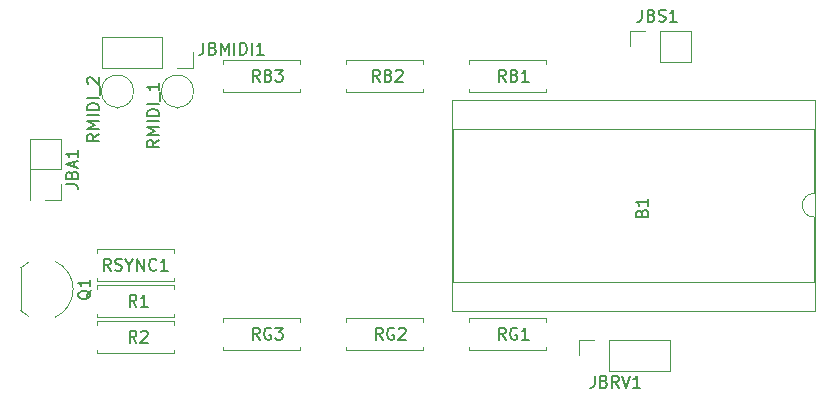
<source format=gbr>
G04 #@! TF.GenerationSoftware,KiCad,Pcbnew,(5.1.0)-1*
G04 #@! TF.CreationDate,2020-10-23T23:32:42+03:00*
G04 #@! TF.ProjectId,kitchen_sink,6b697463-6865-46e5-9f73-696e6b2e6b69,rev?*
G04 #@! TF.SameCoordinates,Original*
G04 #@! TF.FileFunction,Legend,Top*
G04 #@! TF.FilePolarity,Positive*
%FSLAX46Y46*%
G04 Gerber Fmt 4.6, Leading zero omitted, Abs format (unit mm)*
G04 Created by KiCad (PCBNEW (5.1.0)-1) date 2020-10-23 23:32:42*
%MOMM*%
%LPD*%
G04 APERTURE LIST*
%ADD10C,0.120000*%
%ADD11C,0.150000*%
G04 APERTURE END LIST*
D10*
X122396000Y-86384000D02*
X122396000Y-86714000D01*
X122396000Y-86714000D02*
X115856000Y-86714000D01*
X115856000Y-86714000D02*
X115856000Y-86384000D01*
X122396000Y-84304000D02*
X122396000Y-83974000D01*
X122396000Y-83974000D02*
X115856000Y-83974000D01*
X115856000Y-83974000D02*
X115856000Y-84304000D01*
X81340000Y-90618000D02*
X81340000Y-93218000D01*
X81340000Y-90618000D02*
X78680000Y-90618000D01*
X78680000Y-90618000D02*
X78680000Y-95818000D01*
X78740000Y-95818000D02*
X78680000Y-95818000D01*
X78740000Y-93218000D02*
X78740000Y-95818000D01*
X81340000Y-93218000D02*
X78740000Y-93218000D01*
X81340000Y-95818000D02*
X80010000Y-95818000D01*
X81340000Y-94488000D02*
X81340000Y-95818000D01*
X86106000Y-87984000D02*
X86106000Y-88054000D01*
X87476000Y-86614000D02*
G75*
G03X87476000Y-86614000I-1370000J0D01*
G01*
X91186000Y-87984000D02*
X91186000Y-88054000D01*
X92556000Y-86614000D02*
G75*
G03X92556000Y-86614000I-1370000J0D01*
G01*
X129480000Y-82804000D02*
X129480000Y-81474000D01*
X129480000Y-81474000D02*
X130810000Y-81474000D01*
X132080000Y-81474000D02*
X134680000Y-81474000D01*
X134680000Y-84134000D02*
X134680000Y-81474000D01*
X132080000Y-84134000D02*
X134680000Y-84134000D01*
X132080000Y-84134000D02*
X132080000Y-81474000D01*
X95028000Y-83974000D02*
X95028000Y-84304000D01*
X101568000Y-83974000D02*
X95028000Y-83974000D01*
X101568000Y-84304000D02*
X101568000Y-83974000D01*
X95028000Y-86714000D02*
X95028000Y-86384000D01*
X101568000Y-86714000D02*
X95028000Y-86714000D01*
X101568000Y-86384000D02*
X101568000Y-86714000D01*
X122396000Y-108228000D02*
X122396000Y-108558000D01*
X122396000Y-108558000D02*
X115856000Y-108558000D01*
X115856000Y-108558000D02*
X115856000Y-108228000D01*
X122396000Y-106148000D02*
X122396000Y-105818000D01*
X122396000Y-105818000D02*
X115856000Y-105818000D01*
X115856000Y-105818000D02*
X115856000Y-106148000D01*
X105442000Y-83974000D02*
X105442000Y-84304000D01*
X111982000Y-83974000D02*
X105442000Y-83974000D01*
X111982000Y-84304000D02*
X111982000Y-83974000D01*
X105442000Y-86714000D02*
X105442000Y-86384000D01*
X111982000Y-86714000D02*
X105442000Y-86714000D01*
X111982000Y-86384000D02*
X111982000Y-86714000D01*
X111982000Y-108228000D02*
X111982000Y-108558000D01*
X111982000Y-108558000D02*
X105442000Y-108558000D01*
X105442000Y-108558000D02*
X105442000Y-108228000D01*
X111982000Y-106148000D02*
X111982000Y-105818000D01*
X111982000Y-105818000D02*
X105442000Y-105818000D01*
X105442000Y-105818000D02*
X105442000Y-106148000D01*
X95028000Y-105818000D02*
X95028000Y-106148000D01*
X101568000Y-105818000D02*
X95028000Y-105818000D01*
X101568000Y-106148000D02*
X101568000Y-105818000D01*
X95028000Y-108558000D02*
X95028000Y-108228000D01*
X101568000Y-108558000D02*
X95028000Y-108558000D01*
X101568000Y-108228000D02*
X101568000Y-108558000D01*
X90900000Y-108482000D02*
X90900000Y-108812000D01*
X90900000Y-108812000D02*
X84360000Y-108812000D01*
X84360000Y-108812000D02*
X84360000Y-108482000D01*
X90900000Y-106402000D02*
X90900000Y-106072000D01*
X90900000Y-106072000D02*
X84360000Y-106072000D01*
X84360000Y-106072000D02*
X84360000Y-106402000D01*
X78633205Y-105702184D02*
G75*
G02X77906000Y-105178000I1122795J2324184D01*
G01*
X80854807Y-105734400D02*
G75*
G03X82356000Y-103378000I-1098807J2356400D01*
G01*
X80854807Y-101021600D02*
G75*
G02X82356000Y-103378000I-1098807J-2356400D01*
G01*
X78633205Y-101053816D02*
G75*
G03X77906000Y-101578000I1122795J-2324184D01*
G01*
X77906000Y-101578000D02*
X77906000Y-105178000D01*
X145094000Y-97266000D02*
G75*
G02X145094000Y-95266000I0J1000000D01*
G01*
X145094000Y-95266000D02*
X145094000Y-89806000D01*
X145094000Y-89806000D02*
X114494000Y-89806000D01*
X114494000Y-89806000D02*
X114494000Y-102726000D01*
X114494000Y-102726000D02*
X145094000Y-102726000D01*
X145094000Y-102726000D02*
X145094000Y-97266000D01*
X145154000Y-87316000D02*
X114434000Y-87316000D01*
X114434000Y-87316000D02*
X114434000Y-105216000D01*
X114434000Y-105216000D02*
X145154000Y-105216000D01*
X145154000Y-105216000D02*
X145154000Y-87316000D01*
X89916000Y-81982000D02*
X89916000Y-84642000D01*
X89916000Y-81982000D02*
X84776000Y-81982000D01*
X84776000Y-81982000D02*
X84776000Y-84642000D01*
X89916000Y-84642000D02*
X84776000Y-84642000D01*
X92516000Y-84642000D02*
X91186000Y-84642000D01*
X92516000Y-83312000D02*
X92516000Y-84642000D01*
X125162000Y-108966000D02*
X125162000Y-107636000D01*
X125162000Y-107636000D02*
X126492000Y-107636000D01*
X127762000Y-107636000D02*
X132902000Y-107636000D01*
X132902000Y-110296000D02*
X132902000Y-107636000D01*
X127762000Y-110296000D02*
X132902000Y-110296000D01*
X127762000Y-110296000D02*
X127762000Y-107636000D01*
X90900000Y-105764000D02*
X90900000Y-105434000D01*
X84360000Y-105764000D02*
X90900000Y-105764000D01*
X84360000Y-105434000D02*
X84360000Y-105764000D01*
X90900000Y-103024000D02*
X90900000Y-103354000D01*
X84360000Y-103024000D02*
X90900000Y-103024000D01*
X84360000Y-103354000D02*
X84360000Y-103024000D01*
X90900000Y-102386000D02*
X90900000Y-102716000D01*
X90900000Y-102716000D02*
X84360000Y-102716000D01*
X84360000Y-102716000D02*
X84360000Y-102386000D01*
X90900000Y-100306000D02*
X90900000Y-99976000D01*
X90900000Y-99976000D02*
X84360000Y-99976000D01*
X84360000Y-99976000D02*
X84360000Y-100306000D01*
D11*
X118967333Y-85796380D02*
X118634000Y-85320190D01*
X118395904Y-85796380D02*
X118395904Y-84796380D01*
X118776857Y-84796380D01*
X118872095Y-84844000D01*
X118919714Y-84891619D01*
X118967333Y-84986857D01*
X118967333Y-85129714D01*
X118919714Y-85224952D01*
X118872095Y-85272571D01*
X118776857Y-85320190D01*
X118395904Y-85320190D01*
X119729238Y-85272571D02*
X119872095Y-85320190D01*
X119919714Y-85367809D01*
X119967333Y-85463047D01*
X119967333Y-85605904D01*
X119919714Y-85701142D01*
X119872095Y-85748761D01*
X119776857Y-85796380D01*
X119395904Y-85796380D01*
X119395904Y-84796380D01*
X119729238Y-84796380D01*
X119824476Y-84844000D01*
X119872095Y-84891619D01*
X119919714Y-84986857D01*
X119919714Y-85082095D01*
X119872095Y-85177333D01*
X119824476Y-85224952D01*
X119729238Y-85272571D01*
X119395904Y-85272571D01*
X120919714Y-85796380D02*
X120348285Y-85796380D01*
X120634000Y-85796380D02*
X120634000Y-84796380D01*
X120538761Y-84939238D01*
X120443523Y-85034476D01*
X120348285Y-85082095D01*
X81748380Y-94479904D02*
X82462666Y-94479904D01*
X82605523Y-94527523D01*
X82700761Y-94622761D01*
X82748380Y-94765619D01*
X82748380Y-94860857D01*
X82224571Y-93670380D02*
X82272190Y-93527523D01*
X82319809Y-93479904D01*
X82415047Y-93432285D01*
X82557904Y-93432285D01*
X82653142Y-93479904D01*
X82700761Y-93527523D01*
X82748380Y-93622761D01*
X82748380Y-94003714D01*
X81748380Y-94003714D01*
X81748380Y-93670380D01*
X81796000Y-93575142D01*
X81843619Y-93527523D01*
X81938857Y-93479904D01*
X82034095Y-93479904D01*
X82129333Y-93527523D01*
X82176952Y-93575142D01*
X82224571Y-93670380D01*
X82224571Y-94003714D01*
X82462666Y-93051333D02*
X82462666Y-92575142D01*
X82748380Y-93146571D02*
X81748380Y-92813238D01*
X82748380Y-92479904D01*
X82748380Y-91622761D02*
X82748380Y-92194190D01*
X82748380Y-91908476D02*
X81748380Y-91908476D01*
X81891238Y-92003714D01*
X81986476Y-92098952D01*
X82034095Y-92194190D01*
X84526380Y-90233238D02*
X84050190Y-90566571D01*
X84526380Y-90804666D02*
X83526380Y-90804666D01*
X83526380Y-90423714D01*
X83574000Y-90328476D01*
X83621619Y-90280857D01*
X83716857Y-90233238D01*
X83859714Y-90233238D01*
X83954952Y-90280857D01*
X84002571Y-90328476D01*
X84050190Y-90423714D01*
X84050190Y-90804666D01*
X84526380Y-89804666D02*
X83526380Y-89804666D01*
X84240666Y-89471333D01*
X83526380Y-89138000D01*
X84526380Y-89138000D01*
X84526380Y-88661809D02*
X83526380Y-88661809D01*
X84526380Y-88185619D02*
X83526380Y-88185619D01*
X83526380Y-87947523D01*
X83574000Y-87804666D01*
X83669238Y-87709428D01*
X83764476Y-87661809D01*
X83954952Y-87614190D01*
X84097809Y-87614190D01*
X84288285Y-87661809D01*
X84383523Y-87709428D01*
X84478761Y-87804666D01*
X84526380Y-87947523D01*
X84526380Y-88185619D01*
X84526380Y-87185619D02*
X83526380Y-87185619D01*
X84621619Y-86947523D02*
X84621619Y-86185619D01*
X83621619Y-85995142D02*
X83574000Y-85947523D01*
X83526380Y-85852285D01*
X83526380Y-85614190D01*
X83574000Y-85518952D01*
X83621619Y-85471333D01*
X83716857Y-85423714D01*
X83812095Y-85423714D01*
X83954952Y-85471333D01*
X84526380Y-86042761D01*
X84526380Y-85423714D01*
X89606380Y-90741238D02*
X89130190Y-91074571D01*
X89606380Y-91312666D02*
X88606380Y-91312666D01*
X88606380Y-90931714D01*
X88654000Y-90836476D01*
X88701619Y-90788857D01*
X88796857Y-90741238D01*
X88939714Y-90741238D01*
X89034952Y-90788857D01*
X89082571Y-90836476D01*
X89130190Y-90931714D01*
X89130190Y-91312666D01*
X89606380Y-90312666D02*
X88606380Y-90312666D01*
X89320666Y-89979333D01*
X88606380Y-89646000D01*
X89606380Y-89646000D01*
X89606380Y-89169809D02*
X88606380Y-89169809D01*
X89606380Y-88693619D02*
X88606380Y-88693619D01*
X88606380Y-88455523D01*
X88654000Y-88312666D01*
X88749238Y-88217428D01*
X88844476Y-88169809D01*
X89034952Y-88122190D01*
X89177809Y-88122190D01*
X89368285Y-88169809D01*
X89463523Y-88217428D01*
X89558761Y-88312666D01*
X89606380Y-88455523D01*
X89606380Y-88693619D01*
X89606380Y-87693619D02*
X88606380Y-87693619D01*
X89701619Y-87455523D02*
X89701619Y-86693619D01*
X89606380Y-85931714D02*
X89606380Y-86503142D01*
X89606380Y-86217428D02*
X88606380Y-86217428D01*
X88749238Y-86312666D01*
X88844476Y-86407904D01*
X88892095Y-86503142D01*
X130516476Y-79716380D02*
X130516476Y-80430666D01*
X130468857Y-80573523D01*
X130373619Y-80668761D01*
X130230761Y-80716380D01*
X130135523Y-80716380D01*
X131326000Y-80192571D02*
X131468857Y-80240190D01*
X131516476Y-80287809D01*
X131564095Y-80383047D01*
X131564095Y-80525904D01*
X131516476Y-80621142D01*
X131468857Y-80668761D01*
X131373619Y-80716380D01*
X130992666Y-80716380D01*
X130992666Y-79716380D01*
X131326000Y-79716380D01*
X131421238Y-79764000D01*
X131468857Y-79811619D01*
X131516476Y-79906857D01*
X131516476Y-80002095D01*
X131468857Y-80097333D01*
X131421238Y-80144952D01*
X131326000Y-80192571D01*
X130992666Y-80192571D01*
X131945047Y-80668761D02*
X132087904Y-80716380D01*
X132326000Y-80716380D01*
X132421238Y-80668761D01*
X132468857Y-80621142D01*
X132516476Y-80525904D01*
X132516476Y-80430666D01*
X132468857Y-80335428D01*
X132421238Y-80287809D01*
X132326000Y-80240190D01*
X132135523Y-80192571D01*
X132040285Y-80144952D01*
X131992666Y-80097333D01*
X131945047Y-80002095D01*
X131945047Y-79906857D01*
X131992666Y-79811619D01*
X132040285Y-79764000D01*
X132135523Y-79716380D01*
X132373619Y-79716380D01*
X132516476Y-79764000D01*
X133468857Y-80716380D02*
X132897428Y-80716380D01*
X133183142Y-80716380D02*
X133183142Y-79716380D01*
X133087904Y-79859238D01*
X132992666Y-79954476D01*
X132897428Y-80002095D01*
X98139333Y-85796380D02*
X97806000Y-85320190D01*
X97567904Y-85796380D02*
X97567904Y-84796380D01*
X97948857Y-84796380D01*
X98044095Y-84844000D01*
X98091714Y-84891619D01*
X98139333Y-84986857D01*
X98139333Y-85129714D01*
X98091714Y-85224952D01*
X98044095Y-85272571D01*
X97948857Y-85320190D01*
X97567904Y-85320190D01*
X98901238Y-85272571D02*
X99044095Y-85320190D01*
X99091714Y-85367809D01*
X99139333Y-85463047D01*
X99139333Y-85605904D01*
X99091714Y-85701142D01*
X99044095Y-85748761D01*
X98948857Y-85796380D01*
X98567904Y-85796380D01*
X98567904Y-84796380D01*
X98901238Y-84796380D01*
X98996476Y-84844000D01*
X99044095Y-84891619D01*
X99091714Y-84986857D01*
X99091714Y-85082095D01*
X99044095Y-85177333D01*
X98996476Y-85224952D01*
X98901238Y-85272571D01*
X98567904Y-85272571D01*
X99472666Y-84796380D02*
X100091714Y-84796380D01*
X99758380Y-85177333D01*
X99901238Y-85177333D01*
X99996476Y-85224952D01*
X100044095Y-85272571D01*
X100091714Y-85367809D01*
X100091714Y-85605904D01*
X100044095Y-85701142D01*
X99996476Y-85748761D01*
X99901238Y-85796380D01*
X99615523Y-85796380D01*
X99520285Y-85748761D01*
X99472666Y-85701142D01*
X118967333Y-107640380D02*
X118634000Y-107164190D01*
X118395904Y-107640380D02*
X118395904Y-106640380D01*
X118776857Y-106640380D01*
X118872095Y-106688000D01*
X118919714Y-106735619D01*
X118967333Y-106830857D01*
X118967333Y-106973714D01*
X118919714Y-107068952D01*
X118872095Y-107116571D01*
X118776857Y-107164190D01*
X118395904Y-107164190D01*
X119919714Y-106688000D02*
X119824476Y-106640380D01*
X119681619Y-106640380D01*
X119538761Y-106688000D01*
X119443523Y-106783238D01*
X119395904Y-106878476D01*
X119348285Y-107068952D01*
X119348285Y-107211809D01*
X119395904Y-107402285D01*
X119443523Y-107497523D01*
X119538761Y-107592761D01*
X119681619Y-107640380D01*
X119776857Y-107640380D01*
X119919714Y-107592761D01*
X119967333Y-107545142D01*
X119967333Y-107211809D01*
X119776857Y-107211809D01*
X120919714Y-107640380D02*
X120348285Y-107640380D01*
X120634000Y-107640380D02*
X120634000Y-106640380D01*
X120538761Y-106783238D01*
X120443523Y-106878476D01*
X120348285Y-106926095D01*
X108299333Y-85796380D02*
X107966000Y-85320190D01*
X107727904Y-85796380D02*
X107727904Y-84796380D01*
X108108857Y-84796380D01*
X108204095Y-84844000D01*
X108251714Y-84891619D01*
X108299333Y-84986857D01*
X108299333Y-85129714D01*
X108251714Y-85224952D01*
X108204095Y-85272571D01*
X108108857Y-85320190D01*
X107727904Y-85320190D01*
X109061238Y-85272571D02*
X109204095Y-85320190D01*
X109251714Y-85367809D01*
X109299333Y-85463047D01*
X109299333Y-85605904D01*
X109251714Y-85701142D01*
X109204095Y-85748761D01*
X109108857Y-85796380D01*
X108727904Y-85796380D01*
X108727904Y-84796380D01*
X109061238Y-84796380D01*
X109156476Y-84844000D01*
X109204095Y-84891619D01*
X109251714Y-84986857D01*
X109251714Y-85082095D01*
X109204095Y-85177333D01*
X109156476Y-85224952D01*
X109061238Y-85272571D01*
X108727904Y-85272571D01*
X109680285Y-84891619D02*
X109727904Y-84844000D01*
X109823142Y-84796380D01*
X110061238Y-84796380D01*
X110156476Y-84844000D01*
X110204095Y-84891619D01*
X110251714Y-84986857D01*
X110251714Y-85082095D01*
X110204095Y-85224952D01*
X109632666Y-85796380D01*
X110251714Y-85796380D01*
X108553333Y-107640380D02*
X108220000Y-107164190D01*
X107981904Y-107640380D02*
X107981904Y-106640380D01*
X108362857Y-106640380D01*
X108458095Y-106688000D01*
X108505714Y-106735619D01*
X108553333Y-106830857D01*
X108553333Y-106973714D01*
X108505714Y-107068952D01*
X108458095Y-107116571D01*
X108362857Y-107164190D01*
X107981904Y-107164190D01*
X109505714Y-106688000D02*
X109410476Y-106640380D01*
X109267619Y-106640380D01*
X109124761Y-106688000D01*
X109029523Y-106783238D01*
X108981904Y-106878476D01*
X108934285Y-107068952D01*
X108934285Y-107211809D01*
X108981904Y-107402285D01*
X109029523Y-107497523D01*
X109124761Y-107592761D01*
X109267619Y-107640380D01*
X109362857Y-107640380D01*
X109505714Y-107592761D01*
X109553333Y-107545142D01*
X109553333Y-107211809D01*
X109362857Y-107211809D01*
X109934285Y-106735619D02*
X109981904Y-106688000D01*
X110077142Y-106640380D01*
X110315238Y-106640380D01*
X110410476Y-106688000D01*
X110458095Y-106735619D01*
X110505714Y-106830857D01*
X110505714Y-106926095D01*
X110458095Y-107068952D01*
X109886666Y-107640380D01*
X110505714Y-107640380D01*
X98139333Y-107640380D02*
X97806000Y-107164190D01*
X97567904Y-107640380D02*
X97567904Y-106640380D01*
X97948857Y-106640380D01*
X98044095Y-106688000D01*
X98091714Y-106735619D01*
X98139333Y-106830857D01*
X98139333Y-106973714D01*
X98091714Y-107068952D01*
X98044095Y-107116571D01*
X97948857Y-107164190D01*
X97567904Y-107164190D01*
X99091714Y-106688000D02*
X98996476Y-106640380D01*
X98853619Y-106640380D01*
X98710761Y-106688000D01*
X98615523Y-106783238D01*
X98567904Y-106878476D01*
X98520285Y-107068952D01*
X98520285Y-107211809D01*
X98567904Y-107402285D01*
X98615523Y-107497523D01*
X98710761Y-107592761D01*
X98853619Y-107640380D01*
X98948857Y-107640380D01*
X99091714Y-107592761D01*
X99139333Y-107545142D01*
X99139333Y-107211809D01*
X98948857Y-107211809D01*
X99472666Y-106640380D02*
X100091714Y-106640380D01*
X99758380Y-107021333D01*
X99901238Y-107021333D01*
X99996476Y-107068952D01*
X100044095Y-107116571D01*
X100091714Y-107211809D01*
X100091714Y-107449904D01*
X100044095Y-107545142D01*
X99996476Y-107592761D01*
X99901238Y-107640380D01*
X99615523Y-107640380D01*
X99520285Y-107592761D01*
X99472666Y-107545142D01*
X87717333Y-107894380D02*
X87384000Y-107418190D01*
X87145904Y-107894380D02*
X87145904Y-106894380D01*
X87526857Y-106894380D01*
X87622095Y-106942000D01*
X87669714Y-106989619D01*
X87717333Y-107084857D01*
X87717333Y-107227714D01*
X87669714Y-107322952D01*
X87622095Y-107370571D01*
X87526857Y-107418190D01*
X87145904Y-107418190D01*
X88098285Y-106989619D02*
X88145904Y-106942000D01*
X88241142Y-106894380D01*
X88479238Y-106894380D01*
X88574476Y-106942000D01*
X88622095Y-106989619D01*
X88669714Y-107084857D01*
X88669714Y-107180095D01*
X88622095Y-107322952D01*
X88050666Y-107894380D01*
X88669714Y-107894380D01*
X83863619Y-103473238D02*
X83816000Y-103568476D01*
X83720761Y-103663714D01*
X83577904Y-103806571D01*
X83530285Y-103901809D01*
X83530285Y-103997047D01*
X83768380Y-103949428D02*
X83720761Y-104044666D01*
X83625523Y-104139904D01*
X83435047Y-104187523D01*
X83101714Y-104187523D01*
X82911238Y-104139904D01*
X82816000Y-104044666D01*
X82768380Y-103949428D01*
X82768380Y-103758952D01*
X82816000Y-103663714D01*
X82911238Y-103568476D01*
X83101714Y-103520857D01*
X83435047Y-103520857D01*
X83625523Y-103568476D01*
X83720761Y-103663714D01*
X83768380Y-103758952D01*
X83768380Y-103949428D01*
X83768380Y-102568476D02*
X83768380Y-103139904D01*
X83768380Y-102854190D02*
X82768380Y-102854190D01*
X82911238Y-102949428D01*
X83006476Y-103044666D01*
X83054095Y-103139904D01*
X130484571Y-96924761D02*
X130532190Y-96781904D01*
X130579809Y-96734285D01*
X130675047Y-96686666D01*
X130817904Y-96686666D01*
X130913142Y-96734285D01*
X130960761Y-96781904D01*
X131008380Y-96877142D01*
X131008380Y-97258095D01*
X130008380Y-97258095D01*
X130008380Y-96924761D01*
X130056000Y-96829523D01*
X130103619Y-96781904D01*
X130198857Y-96734285D01*
X130294095Y-96734285D01*
X130389333Y-96781904D01*
X130436952Y-96829523D01*
X130484571Y-96924761D01*
X130484571Y-97258095D01*
X131008380Y-95734285D02*
X131008380Y-96305714D01*
X131008380Y-96020000D02*
X130008380Y-96020000D01*
X130151238Y-96115238D01*
X130246476Y-96210476D01*
X130294095Y-96305714D01*
X93377047Y-82510380D02*
X93377047Y-83224666D01*
X93329428Y-83367523D01*
X93234190Y-83462761D01*
X93091333Y-83510380D01*
X92996095Y-83510380D01*
X94186571Y-82986571D02*
X94329428Y-83034190D01*
X94377047Y-83081809D01*
X94424666Y-83177047D01*
X94424666Y-83319904D01*
X94377047Y-83415142D01*
X94329428Y-83462761D01*
X94234190Y-83510380D01*
X93853238Y-83510380D01*
X93853238Y-82510380D01*
X94186571Y-82510380D01*
X94281809Y-82558000D01*
X94329428Y-82605619D01*
X94377047Y-82700857D01*
X94377047Y-82796095D01*
X94329428Y-82891333D01*
X94281809Y-82938952D01*
X94186571Y-82986571D01*
X93853238Y-82986571D01*
X94853238Y-83510380D02*
X94853238Y-82510380D01*
X95186571Y-83224666D01*
X95519904Y-82510380D01*
X95519904Y-83510380D01*
X95996095Y-83510380D02*
X95996095Y-82510380D01*
X96472285Y-83510380D02*
X96472285Y-82510380D01*
X96710380Y-82510380D01*
X96853238Y-82558000D01*
X96948476Y-82653238D01*
X96996095Y-82748476D01*
X97043714Y-82938952D01*
X97043714Y-83081809D01*
X96996095Y-83272285D01*
X96948476Y-83367523D01*
X96853238Y-83462761D01*
X96710380Y-83510380D01*
X96472285Y-83510380D01*
X97472285Y-83510380D02*
X97472285Y-82510380D01*
X98472285Y-83510380D02*
X97900857Y-83510380D01*
X98186571Y-83510380D02*
X98186571Y-82510380D01*
X98091333Y-82653238D01*
X97996095Y-82748476D01*
X97900857Y-82796095D01*
X126508095Y-110704380D02*
X126508095Y-111418666D01*
X126460476Y-111561523D01*
X126365238Y-111656761D01*
X126222380Y-111704380D01*
X126127142Y-111704380D01*
X127317619Y-111180571D02*
X127460476Y-111228190D01*
X127508095Y-111275809D01*
X127555714Y-111371047D01*
X127555714Y-111513904D01*
X127508095Y-111609142D01*
X127460476Y-111656761D01*
X127365238Y-111704380D01*
X126984285Y-111704380D01*
X126984285Y-110704380D01*
X127317619Y-110704380D01*
X127412857Y-110752000D01*
X127460476Y-110799619D01*
X127508095Y-110894857D01*
X127508095Y-110990095D01*
X127460476Y-111085333D01*
X127412857Y-111132952D01*
X127317619Y-111180571D01*
X126984285Y-111180571D01*
X128555714Y-111704380D02*
X128222380Y-111228190D01*
X127984285Y-111704380D02*
X127984285Y-110704380D01*
X128365238Y-110704380D01*
X128460476Y-110752000D01*
X128508095Y-110799619D01*
X128555714Y-110894857D01*
X128555714Y-111037714D01*
X128508095Y-111132952D01*
X128460476Y-111180571D01*
X128365238Y-111228190D01*
X127984285Y-111228190D01*
X128841428Y-110704380D02*
X129174761Y-111704380D01*
X129508095Y-110704380D01*
X130365238Y-111704380D02*
X129793809Y-111704380D01*
X130079523Y-111704380D02*
X130079523Y-110704380D01*
X129984285Y-110847238D01*
X129889047Y-110942476D01*
X129793809Y-110990095D01*
X87717333Y-104846380D02*
X87384000Y-104370190D01*
X87145904Y-104846380D02*
X87145904Y-103846380D01*
X87526857Y-103846380D01*
X87622095Y-103894000D01*
X87669714Y-103941619D01*
X87717333Y-104036857D01*
X87717333Y-104179714D01*
X87669714Y-104274952D01*
X87622095Y-104322571D01*
X87526857Y-104370190D01*
X87145904Y-104370190D01*
X88669714Y-104846380D02*
X88098285Y-104846380D01*
X88384000Y-104846380D02*
X88384000Y-103846380D01*
X88288761Y-103989238D01*
X88193523Y-104084476D01*
X88098285Y-104132095D01*
X85534761Y-101798380D02*
X85201428Y-101322190D01*
X84963333Y-101798380D02*
X84963333Y-100798380D01*
X85344285Y-100798380D01*
X85439523Y-100846000D01*
X85487142Y-100893619D01*
X85534761Y-100988857D01*
X85534761Y-101131714D01*
X85487142Y-101226952D01*
X85439523Y-101274571D01*
X85344285Y-101322190D01*
X84963333Y-101322190D01*
X85915714Y-101750761D02*
X86058571Y-101798380D01*
X86296666Y-101798380D01*
X86391904Y-101750761D01*
X86439523Y-101703142D01*
X86487142Y-101607904D01*
X86487142Y-101512666D01*
X86439523Y-101417428D01*
X86391904Y-101369809D01*
X86296666Y-101322190D01*
X86106190Y-101274571D01*
X86010952Y-101226952D01*
X85963333Y-101179333D01*
X85915714Y-101084095D01*
X85915714Y-100988857D01*
X85963333Y-100893619D01*
X86010952Y-100846000D01*
X86106190Y-100798380D01*
X86344285Y-100798380D01*
X86487142Y-100846000D01*
X87106190Y-101322190D02*
X87106190Y-101798380D01*
X86772857Y-100798380D02*
X87106190Y-101322190D01*
X87439523Y-100798380D01*
X87772857Y-101798380D02*
X87772857Y-100798380D01*
X88344285Y-101798380D01*
X88344285Y-100798380D01*
X89391904Y-101703142D02*
X89344285Y-101750761D01*
X89201428Y-101798380D01*
X89106190Y-101798380D01*
X88963333Y-101750761D01*
X88868095Y-101655523D01*
X88820476Y-101560285D01*
X88772857Y-101369809D01*
X88772857Y-101226952D01*
X88820476Y-101036476D01*
X88868095Y-100941238D01*
X88963333Y-100846000D01*
X89106190Y-100798380D01*
X89201428Y-100798380D01*
X89344285Y-100846000D01*
X89391904Y-100893619D01*
X90344285Y-101798380D02*
X89772857Y-101798380D01*
X90058571Y-101798380D02*
X90058571Y-100798380D01*
X89963333Y-100941238D01*
X89868095Y-101036476D01*
X89772857Y-101084095D01*
M02*

</source>
